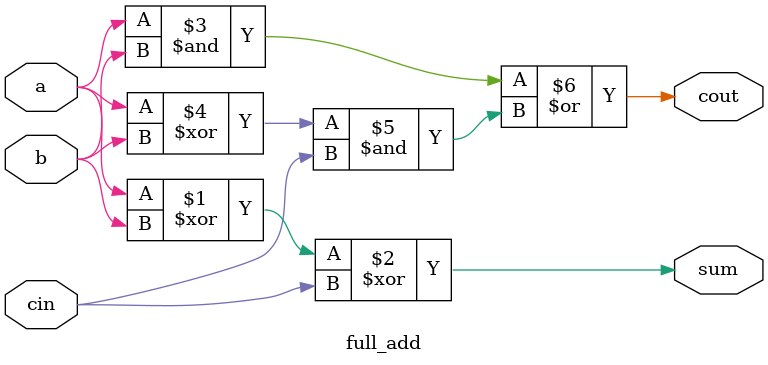
<source format=v>

module full_add
(
	input      cin,				// 进位输入
	input		  a,					//	加数1
	input 	  b,					//	加数2
	output 	  sum,				//	和
	output	  cout				// 进位输出
);


assign     sum = a ^ b ^ cin;
assign     cout = a & b | (a ^ b) & cin;

endmodule

</source>
